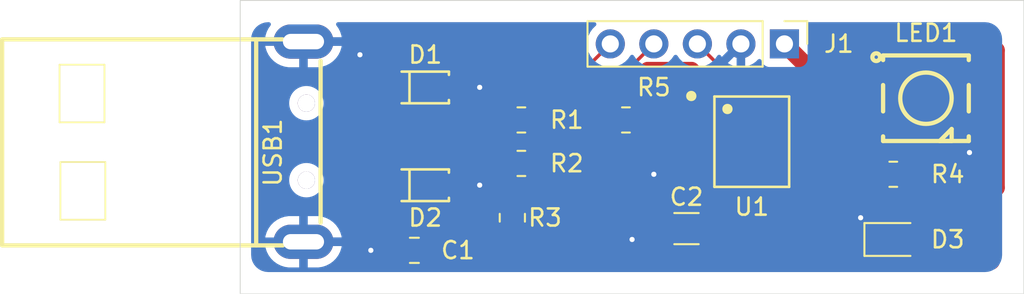
<source format=kicad_pcb>
(kicad_pcb (version 20240108) (generator "pcbnew") (generator_version "8.0")
  (layers (0 "F.Cu" signal) (31 "B.Cu" signal) (34 "B.Paste" user) (35 "F.Paste" user) (36 "B.SilkS" user "B.Silkscreen") (37 "F.SilkS" user "F.Silkscreen") (38 "B.Mask" user) (39 "F.Mask" user) (44 "Edge.Cuts" user))
  (net 0 "")
  (net 1 "+5V")
  (net 2 "GND")
  (net 3 "Net-(D1-C)")
  (net 4 "Net-(D2-C)")
  (net 5 "Net-(D3-A)")
  (net 6 "D+ PB4")
  (net 7 "PB2")
  (net 8 "D- PB3")
  (net 10 "RGB")
  (net 11 "LED")
  (net 12 "Net-(U1-PB5)")
  (footprint "Connector_PinHeader_2.54mm:PinHeader_1x05_P2.54mm_Vertical" (layer "F.Cu") (at 80.645 83.185 -90)
    (property "Reference" "J1" (at 0 -3.175 360) (layer "F.SilkS"))
    (property "Value" "Conn_01x05_Pin" (hide yes))
    (fp_line (start -1.33 11.49) (end 1.33 11.49) (stroke (width 0.12)) (layer "F.SilkS"))
    (fp_line (start -1.33 1.27) (end -1.33 11.49) (stroke (width 0.12)) (layer "F.SilkS"))
    (fp_line (start -1.33 1.27) (end 1.33 1.27) (stroke (width 0.12)) (layer "F.SilkS"))
    (fp_line (start 1.33 1.27) (end 1.33 11.49) (stroke (width 0.12)) (layer "F.SilkS"))
    (fp_line (start -1.33 0) (end -1.33 -1.33) (stroke (width 0.12)) (layer "F.SilkS"))
    (fp_line (start -1.33 -1.33) (end 0 -1.33) (stroke (width 0.12)) (layer "F.SilkS"))
    (pad "1" thru_hole rect (at 0 0 270) (size 1.7 1.7) (drill 1) (layers "*.Cu" "*.Mask") (net 1 "+5V"))
    (pad "2" thru_hole oval (at 0 2.54 270) (size 1.7 1.7) (drill 1) (layers "*.Cu" "*.Mask") (net 2 "GND"))
    (pad "3" thru_hole oval (at 0 5.08 270) (size 1.7 1.7) (drill 1) (layers "*.Cu" "*.Mask") (net 7 "PB2"))
    (pad "4" thru_hole oval (at 0 7.62 270) (size 1.7 1.7) (drill 1) (layers "*.Cu" "*.Mask") (net 8 "D- PB3"))
    (pad "5" thru_hole oval (at 0 10.16 270) (size 1.7 1.7) (drill 1) (layers "*.Cu" "*.Mask") (net 6 "D+ PB4"))
  )
  (footprint "LED_SMD:LED_0805_2012Metric" (layer "F.Cu") (at 86.995 94.615)
    (property "Reference" "D3" (at 3.175 0 360) (layer "F.SilkS"))
    (property "Value" "LED" (hide yes))
    (fp_line (start -1.685 -0.96) (end -1.685 0.96) (stroke (width 0.12)) (layer "F.SilkS"))
    (fp_line (start -1.685 0.96) (end 1 0.96) (stroke (width 0.12)) (layer "F.SilkS"))
    (fp_line (start 1 -0.96) (end -1.685 -0.96) (stroke (width 0.12)) (layer "F.SilkS"))
    (pad "1" smd roundrect (at -0.9375 0) (size 0.975 1.4) (layers "F.Cu" "F.Paste" "F.Mask") (net 2 "GND"))
    (pad "2" smd roundrect (at 0.9375 0) (size 0.975 1.4) (layers "F.Cu" "F.Paste" "F.Mask") (net 5 "Net-(D3-A)"))
  )
  (footprint "Resistor_SMD:R_0805_2012Metric" (layer "F.Cu") (at 65.2975 87.63)
    (property "Reference" "R1" (at 2.6475 0 0) (layer "F.SilkS"))
    (property "Value" "68" (hide yes))
    (fp_line (start -0.227064 -0.735) (end 0.227064 -0.735) (stroke (width 0.12)) (layer "F.SilkS"))
    (fp_line (start -0.227064 0.735) (end 0.227064 0.735) (stroke (width 0.12)) (layer "F.SilkS"))
    (pad "1" smd roundrect (at -0.9125 0) (size 1.025 1.4) (layers "F.Cu" "F.Paste" "F.Mask") (roundrect_rratio 0.243902) (net 3 "Net-(D1-C)"))
    (pad "2" smd roundrect (at 0.9125 0) (size 1.025 1.4) (layers "F.Cu" "F.Paste" "F.Mask") (roundrect_rratio 0.243902) (net 6 "D+ PB4"))
  )
  (footprint "Capacitor_SMD:C_0805_2012Metric" (layer "F.Cu") (at 59.055 95.25 180)
    (property "Reference" "C1" (at -2.54 0 360) (layer "F.SilkS"))
    (property "Value" "100n" (hide yes))
    (fp_line (start -0.261252 0.735) (end 0.261252 0.735) (stroke (width 0.12)) (layer "F.SilkS"))
    (fp_line (start -0.261252 -0.735) (end 0.261252 -0.735) (stroke (width 0.12)) (layer "F.SilkS"))
    (pad "1" smd roundrect (at -0.95 0 180) (size 1 1.45) (layers "F.Cu" "F.Paste" "F.Mask") (net 1 "+5V"))
    (pad "2" smd roundrect (at 0.95 0 180) (size 1 1.45) (layers "F.Cu" "F.Paste" "F.Mask") (net 2 "GND"))
  )
  (footprint "Capacitor_SMD:C_1206_3216Metric" (layer "F.Cu") (at 74.93 93.98)
    (property "Reference" "C2" (at 0 -1.85 0) (layer "F.SilkS"))
    (property "Value" "100u" (hide yes))
    (fp_line (start -0.711252 -0.91) (end 0.711252 -0.91) (stroke (width 0.12)) (layer "F.SilkS"))
    (fp_line (start -0.711252 0.91) (end 0.711252 0.91) (stroke (width 0.12)) (layer "F.SilkS"))
    (pad "1" smd roundrect (at -1.475 0) (size 1.15 1.8) (layers "F.Cu" "F.Paste" "F.Mask") (roundrect_rratio 0.217391) (net 2 "GND"))
    (pad "2" smd roundrect (at 1.475 0) (size 1.15 1.8) (layers "F.Cu" "F.Paste" "F.Mask") (roundrect_rratio 0.217391) (net 1 "+5V"))
  )
  (footprint "easyeda2kicad:SOIC-8_L5.3-W5.3-P1.27-LS8.0-BL" (layer "F.Cu") (at 78.74 88.9 -90)
    (property "Reference" "U1" (at 3.81 0 180) (layer "F.SilkS"))
    (property "Value" "ATTINY85-20SUR" (hide yes))
    (fp_line (start -2.64 2.18) (end -2.64 -2.18) (stroke (width 0.15)) (layer "F.SilkS"))
    (fp_line (start 2.64 2.18) (end -2.64 2.18) (stroke (width 0.15)) (layer "F.SilkS"))
    (fp_line (start -2.64 -2.18) (end 2.64 -2.18) (stroke (width 0.15)) (layer "F.SilkS"))
    (fp_line (start 2.64 -2.18) (end 2.64 2.18) (stroke (width 0.15)) (layer "F.SilkS"))
    (fp_circle (center -2.67 3.53) (end -2.52 3.53) (stroke (width 0.3)) (fill none) (layer "F.SilkS"))
    (fp_circle (center -1.91 1.42) (end -1.76 1.42) (stroke (width 0.3)) (fill none) (layer "F.SilkS"))
    (pad "1" smd oval (at -1.91 3.53 270) (size 0.63 2.25) (layers "F.Cu" "F.Paste" "F.Mask") (net 12 "Net-(U1-PB5)"))
    (pad "2" smd oval (at -0.63 3.53 270) (size 0.63 2.25) (layers "F.Cu" "F.Paste" "F.Mask") (net 8 "D- PB3"))
    (pad "3" smd oval (at 0.63 3.53 270) (size 0.63 2.25) (layers "F.Cu" "F.Paste" "F.Mask") (net 6 "D+ PB4"))
    (pad "4" smd oval (at 1.9 3.53 270) (size 0.63 2.25) (layers "F.Cu" "F.Paste" "F.Mask") (net 2 "GND"))
    (pad "5" smd oval (at 1.9 -3.53 270) (size 0.63 2.25) (layers "F.Cu" "F.Paste" "F.Mask") (net 11 "LED"))
    (pad "6" smd oval (at 0.63 -3.53 270) (size 0.63 2.25) (layers "F.Cu" "F.Paste" "F.Mask") (net 10 "RGB"))
    (pad "7" smd oval (at -0.63 -3.53 270) (size 0.63 2.25) (layers "F.Cu" "F.Paste" "F.Mask") (net 7 "PB2"))
    (pad "8" smd oval (at -1.91 -3.53 270) (size 0.63 2.25) (layers "F.Cu" "F.Paste" "F.Mask") (net 1 "+5V"))
  )
  (footprint "" (layer "F.Cu") (at 80.645 95.885)
    (property "Reference" "" (at 0 0 0) (layer "F.SilkS") (effects (font (size 1.27 1.27))))
    (property "Value" "")
    (pad "" smd circle (at 0 0) (size 1 1) (layers "F.Cu" "F.Mask") (clearance 1))
  )
  (footprint "Resistor_SMD:R_0805_2012Metric" (layer "F.Cu") (at 71.3975 87.63)
    (property "Reference" "R5" (at 1.6275 -1.905 360) (layer "F.SilkS"))
    (property "Value" "10k" (hide yes))
    (fp_line (start -0.227064 -0.735) (end 0.227064 -0.735) (stroke (width 0.12)) (layer "F.SilkS"))
    (fp_line (start -0.227064 0.735) (end 0.227064 0.735) (stroke (width 0.12)) (layer "F.SilkS"))
    (pad "1" smd roundrect (at -0.9125 0) (size 1.025 1.4) (layers "F.Cu" "F.Paste" "F.Mask") (roundrect_rratio 0.243902) (net 1 "+5V"))
    (pad "2" smd roundrect (at 0.9125 0) (size 1.025 1.4) (layers "F.Cu" "F.Paste" "F.Mask") (roundrect_rratio 0.243902) (net 12 "Net-(U1-PB5)"))
  )
  (footprint "Fiducial:Fiducial_1mm_Mask3mm" (layer "F.Cu") (at 66.04 83.185)
    (property "Reference" "REF**" (hide yes))
    (property "Value" "Fiducial_1mm_Mask3mm" (hide yes))
    (pad "" smd circle (at 0 0) (size 1 1) (layers "F.Cu" "F.Mask") (clearance 1))
  )
  (footprint "easyeda2kicad:SOD-123_L2.7-W1.6-LS3.8-RD" (layer "F.Cu") (at 59.69 91.44)
    (property "Reference" "D2" (at 0 1.905 360) (layer "F.SilkS"))
    (property "Value" "BZT52-C3V3_R1_00001" (hide yes))
    (fp_line (start -1.38 -0.92) (end 1.38 -0.92) (stroke (width 0.15)) (layer "F.SilkS"))
    (fp_line (start -1.38 0.93) (end 1.38 0.93) (stroke (width 0.15)) (layer "F.SilkS"))
    (fp_line (start -0.92 -0.87) (end -0.92 0.88) (stroke (width 0.15)) (layer "F.SilkS"))
    (fp_line (start 1.38 -0.92) (end 1.38 -0.73) (stroke (width 0.15)) (layer "F.SilkS"))
    (fp_line (start 1.38 0.93) (end 1.38 0.74) (stroke (width 0.15)) (layer "F.SilkS"))
    (pad "1" smd rect (at -1.73 0) (size 1.1 1.2) (layers "F.Cu" "F.Paste" "F.Mask") (net 4 "Net-(D2-C)"))
    (pad "2" smd rect (at 1.73 0) (size 1.1 1.2) (layers "F.Cu" "F.Paste" "F.Mask") (net 2 "GND"))
  )
  (footprint "Resistor_SMD:R_0805_2012Metric" (layer "F.Cu") (at 86.995 90.805)
    (property "Reference" "R4" (at 3.175 0 360) (layer "F.SilkS"))
    (property "Value" "220" (hide yes))
    (fp_line (start -0.227064 -0.735) (end 0.227064 -0.735) (stroke (width 0.12)) (layer "F.SilkS"))
    (fp_line (start -0.227064 0.735) (end 0.227064 0.735) (stroke (width 0.12)) (layer "F.SilkS"))
    (pad "1" smd roundrect (at -0.9125 0) (size 1.025 1.4) (layers "F.Cu" "F.Paste" "F.Mask") (roundrect_rratio 0.243902) (net 11 "LED"))
    (pad "2" smd roundrect (at 0.9125 0) (size 1.025 1.4) (layers "F.Cu" "F.Paste" "F.Mask") (roundrect_rratio 0.243902) (net 5 "Net-(D3-A)"))
  )
  (footprint "Resistor_SMD:R_0805_2012Metric" (layer "F.Cu") (at 64.77 93.345 90)
    (property "Reference" "R3" (at 0 1.905 180) (layer "F.SilkS"))
    (property "Value" "1k5" (hide yes))
    (fp_line (start -0.227064 -0.735) (end 0.227064 -0.735) (stroke (width 0.12)) (layer "F.SilkS"))
    (fp_line (start -0.227064 0.735) (end 0.227064 0.735) (stroke (width 0.12)) (layer "F.SilkS"))
    (pad "1" smd roundrect (at -0.9125 0 90) (size 1.025 1.4) (layers "F.Cu" "F.Paste" "F.Mask") (roundrect_rratio 0.243902) (net 1 "+5V"))
    (pad "2" smd roundrect (at 0.9125 0 90) (size 1.025 1.4) (layers "F.Cu" "F.Paste" "F.Mask") (roundrect_rratio 0.243902) (net 4 "Net-(D2-C)"))
  )
  (footprint "easyeda2kicad:SOD-123_L2.7-W1.6-LS3.8-RD" (layer "F.Cu") (at 59.69 85.725)
    (property "Reference" "D1" (at 0 -1.905 360) (layer "F.SilkS"))
    (property "Value" "BZT52-C3V3_R1_00001" (hide yes))
    (fp_line (start -1.38 -0.92) (end 1.38 -0.92) (stroke (width 0.15)) (layer "F.SilkS"))
    (fp_line (start -1.38 0.93) (end 1.38 0.93) (stroke (width 0.15)) (layer "F.SilkS"))
    (fp_line (start -0.92 -0.87) (end -0.92 0.88) (stroke (width 0.15)) (layer "F.SilkS"))
    (fp_line (start 1.38 -0.92) (end 1.38 -0.73) (stroke (width 0.15)) (layer "F.SilkS"))
    (fp_line (start 1.38 0.93) (end 1.38 0.74) (stroke (width 0.15)) (layer "F.SilkS"))
    (pad "1" smd rect (at -1.73 0) (size 1.1 1.2) (layers "F.Cu" "F.Paste" "F.Mask") (net 3 "Net-(D1-C)"))
    (pad "2" smd rect (at 1.73 0) (size 1.1 1.2) (layers "F.Cu" "F.Paste" "F.Mask") (net 2 "GND"))
  )
  (footprint "" (layer "F.Cu") (at 92.71 95.885)
    (property "Reference" "" (at 0 0 0) (layer "F.SilkS") (effects (font (size 1.27 1.27))))
    (property "Value" "")
    (pad "" smd circle (at 0 0) (size 1 1) (layers "F.Cu" "F.Mask") (clearance 1))
  )
  (footprint "easyeda2kicad:LED-SMD_4P-L5.0-W5.0-TL" (layer "F.Cu") (at 88.9 86.36)
    (property "Reference" "LED1" (at 0 -3.81 0) (layer "F.SilkS"))
    (property "Value" "WS2812B-XF02/W" (hide yes))
    (fp_line (start -2.5 -2.5) (end 2.5 -2.5) (stroke (width 0.25)) (layer "F.SilkS"))
    (fp_line (start -2.5 -2.23) (end -2.5 -2.5) (stroke (width 0.25)) (layer "F.SilkS"))
    (fp_line (start -2.5 0.77) (end -2.5 -0.77) (stroke (width 0.25)) (layer "F.SilkS"))
    (fp_line (start -2.5 2.5) (end -2.5 2.23) (stroke (width 0.25)) (layer "F.SilkS"))
    (fp_line (start 0.8 2.5) (end 1.5 1.8) (stroke (width 0.25)) (layer "F.SilkS"))
    (fp_line (start 1.5 1.8) (end 1.5 2.5) (stroke (width 0.25)) (layer "F.SilkS"))
    (fp_line (start 1.5 2.5) (end 0.8 2.5) (stroke (width 0.25)) (layer "F.SilkS"))
    (fp_line (start 2.5 -2.5) (end 2.5 -2.23) (stroke (width 0.25)) (layer "F.SilkS"))
    (fp_line (start 2.5 -0.77) (end 2.5 0.77) (stroke (width 0.25)) (layer "F.SilkS"))
    (fp_line (start 2.5 2.23) (end 2.5 2.5) (stroke (width 0.25)) (layer "F.SilkS"))
    (fp_line (start 2.5 2.5) (end -2.5 2.5) (stroke (width 0.25)) (layer "F.SilkS"))
    (fp_circle (center -2.9 -2.4) (end -2.8 -2.4) (stroke (width 0.25)) (fill none) (layer "F.SilkS"))
    (fp_circle (center 0 0) (end 1.5 0) (stroke (width 0.25)) (fill none) (layer "F.SilkS"))
    (pad "1" smd rect (at -2.5 -1.6 180) (size 1.8 1) (layers "F.Cu" "F.Paste" "F.Mask") (net 1 "+5V"))
    (pad "2" smd rect (at -2.5 1.6 180) (size 1.8 1) (layers "F.Cu" "F.Paste" "F.Mask"))
    (pad "3" smd rect (at 2.5 1.6 180) (size 1.8 1) (layers "F.Cu" "F.Paste" "F.Mask") (net 2 "GND"))
    (pad "4" smd rect (at 2.5 -1.6 180) (size 1.8 1) (layers "F.Cu" "F.Paste" "F.Mask") (net 10 "RGB"))
  )
  (footprint "Resistor_SMD:R_0805_2012Metric" (layer "F.Cu") (at 65.2975 90.17)
    (property "Reference" "R2" (at 2.6475 0 0) (layer "F.SilkS"))
    (property "Value" "68" (hide yes))
    (fp_line (start -0.227064 -0.735) (end 0.227064 -0.735) (stroke (width 0.12)) (layer "F.SilkS"))
    (fp_line (start -0.227064 0.735) (end 0.227064 0.735) (stroke (width 0.12)) (layer "F.SilkS"))
    (pad "1" smd roundrect (at -0.9125 0) (size 1.025 1.4) (layers "F.Cu" "F.Paste" "F.Mask") (roundrect_rratio 0.243902) (net 4 "Net-(D2-C)"))
    (pad "2" smd roundrect (at 0.9125 0) (size 1.025 1.4) (layers "F.Cu" "F.Paste" "F.Mask") (roundrect_rratio 0.243902) (net 8 "D- PB3"))
  )
  (footprint "easyeda2kicad:USB-TH_U-G-04WS-W-04" (layer "F.Cu") (at 53.975 88.9 -90)
    (property "Reference" "USB1" (at 0.635 3.175 90) (layer "F.SilkS"))
    (property "Value" "U-G-04WS-W-04")
    (fp_line (start 6.04 18.97) (end -5.96 18.97) (stroke (width 0.25)) (layer "F.SilkS"))
    (fp_line (start -4.5 15.62) (end -4.5 13) (stroke (width 0.1)) (layer "F.SilkS"))
    (fp_line (start -1.13 15.62) (end -4.5 15.62) (stroke (width 0.1)) (layer "F.SilkS"))
    (fp_line (start 1.19 15.57) (end 1.19 12.95) (stroke (width 0.1)) (layer "F.SilkS"))
    (fp_line (start 4.56 15.57) (end 1.19 15.57) (stroke (width 0.1)) (layer "F.SilkS"))
    (fp_line (start -4.5 13) (end -1.13 13) (stroke (width 0.1)) (layer "F.SilkS"))
    (fp_line (start -1.13 13) (end -1.13 15.62) (stroke (width 0.1)) (layer "F.SilkS"))
    (fp_line (start 1.19 12.95) (end 4.56 12.95) (stroke (width 0.1)) (layer "F.SilkS"))
    (fp_line (start 4.56 12.95) (end 4.56 15.57) (stroke (width 0.1)) (layer "F.SilkS"))
    (fp_line (start 6.06 4.15) (end -5.98 4.15) (stroke (width 0.25)) (layer "F.SilkS"))
    (fp_line (start -5.98 2.61) (end -5.98 18.97) (stroke (width 0.25)) (layer "F.SilkS"))
    (fp_line (start 6.06 2.59) (end 6.06 18.97) (stroke (width 0.25)) (layer "F.SilkS"))
    (fp_line (start 4.73 0.39) (end -4.72 0.39) (stroke (width 0.25)) (layer "F.SilkS"))
    (pad "" thru_hole circle (at -2.25 1.22 270) (size 1 1) (drill 1) (layers "*.Cu" "*.Mask"))
    (pad "" thru_hole circle (at 2.25 1.22 270) (size 1 1) (drill 1) (layers "*.Cu" "*.Mask"))
    (pad "1" smd rect (at 3.52 -1.39 180) (size 1.96 1) (layers "F.Cu" "F.Paste" "F.Mask") (net 1 "+5V"))
    (pad "2" smd rect (at 1.03 -1.39 180) (size 1.96 1) (layers "F.Cu" "F.Paste" "F.Mask") (net 4 "Net-(D2-C)"))
    (pad "3" smd rect (at -0.98 -1.39 180) (size 1.96 1) (layers "F.Cu" "F.Paste" "F.Mask") (net 3 "Net-(D1-C)"))
    (pad "4" smd rect (at -3.52 -1.39 180) (size 1.96 1) (layers "F.Cu" "F.Paste" "F.Mask") (net 2 "GND"))
    (pad "5" thru_hole oval (at 5.85 1.39 180) (size 3.5 2) (drill oval 2.399995 0.900024) (layers "*.Cu" "*.Mask") (net 2 "GND"))
    (pad "6" thru_hole oval (at -5.85 1.39 180) (size 3.5 2) (drill oval 2.399995 0.900024) (layers "*.Cu" "*.Mask") (net 2 "GND"))
  )
  (gr_poly (pts (xy 48.895 80.645) (xy 94.615 80.645) (xy 94.615 97.79) (xy 48.895 97.79)) (stroke (width 0.05)) (fill none) (layer "Edge.Cuts"))
  (segment (start 77.435 92.95) (end 76.405 93.98) (width 1) (layer "F.Cu") (net 1))
  (segment (start 93 83.56) (end 93 91.588918) (width 1) (layer "F.Cu") (net 1))
  (segment (start 86.4 84.76) (end 87.6 83.56) (width 1) (layer "F.Cu") (net 1))
  (segment (start 59.085 92.74) (end 60.005 93.66) (width 1) (layer "F.Cu") (net 1))
  (segment (start 87.6 83.56) (end 93 83.56) (width 1) (layer "F.Cu") (net 1))
  (segment (start 76.405 93.98) (end 76.62 93.765) (width 1) (layer "F.Cu") (net 1))
  (segment (start 72.68 84.735) (end 75.21 84.735) (width 1) (layer "F.Cu") (net 1))
  (segment (start 82.22 84.76) (end 82.22 85.395) (width 1) (layer "F.Cu") (net 1))
  (segment (start 82.22 84.76) (end 86.4 84.76) (width 1) (layer "F.Cu") (net 1))
  (segment (start 64.77 94.2575) (end 70.063286 94.2575) (width 1) (layer "F.Cu") (net 1))
  (segment (start 70.485 87.63) (end 70.485 86.93) (width 1) (layer "F.Cu") (net 1))
  (segment (start 82.27 85.445) (end 82.27 86.99) (width 1) (layer "F.Cu") (net 1))
  (segment (start 75.21 84.735) (end 77.435 86.96) (width 1) (layer "F.Cu") (net 1))
  (segment (start 55.365 92.42) (end 55.685 92.74) (width 1) (layer "F.Cu") (net 1))
  (segment (start 76.62 93.765) (end 82.205 93.765) (width 1) (layer "F.Cu") (net 1))
  (segment (start 60.005 93.66) (end 60.005 95.25) (width 1) (layer "F.Cu") (net 1))
  (segment (start 82.22 85.395) (end 82.27 85.445) (width 1) (layer "F.Cu") (net 1))
  (segment (start 82.205 93.765) (end 84.455 96.015) (width 1) (layer "F.Cu") (net 1))
  (segment (start 71.940786 92.38) (end 74.805 92.38) (width 1) (layer "F.Cu") (net 1))
  (segment (start 80.645 83.185) (end 82.22 84.76) (width 1) (layer "F.Cu") (net 1))
  (segment (start 70.063286 94.2575) (end 71.940786 92.38) (width 1) (layer "F.Cu") (net 1))
  (segment (start 55.685 92.74) (end 59.085 92.74) (width 1) (layer "F.Cu") (net 1))
  (segment (start 77.435 86.96) (end 77.435 92.95) (width 1) (layer "F.Cu") (net 1))
  (segment (start 70.485 86.93) (end 72.68 84.735) (width 1) (layer "F.Cu") (net 1))
  (segment (start 74.805 92.38) (end 76.405 93.98) (width 1) (layer "F.Cu") (net 1))
  (segment (start 64.77 94.2575) (end 60.6025 94.2575) (width 1) (layer "F.Cu") (net 1))
  (segment (start 93 91.588918) (end 88.573918 96.015) (width 1) (layer "F.Cu") (net 1))
  (segment (start 88.573918 96.015) (end 84.455 96.015) (width 1) (layer "F.Cu") (net 1))
  (segment (start 60.6025 94.2575) (end 60.005 93.66) (width 1) (layer "F.Cu") (net 1))
  (segment (start 91.4 89.495) (end 91.44 89.535) (width 0.5) (layer "F.Cu") (net 2))
  (segment (start 91.4 87.96) (end 91.4 89.495) (width 0.5) (layer "F.Cu") (net 2))
  (segment (start 61.42 91.44) (end 62.865 91.44) (width 0.5) (layer "F.Cu") (net 2))
  (segment (start 55.365 84.335) (end 55.88 83.82) (width 0.5) (layer "F.Cu") (net 2))
  (segment (start 61.42 85.725) (end 62.865 85.725) (width 0.5) (layer "F.Cu") (net 2))
  (segment (start 86.0575 94.615) (end 86.0575 94.3125) (width 0.5) (layer "F.Cu") (net 2))
  (segment (start 73.03 90.8) (end 73.025 90.805) (width 0.5) (layer "F.Cu") (net 2))
  (segment (start 55.365 85.38) (end 55.365 84.335) (width 0.5) (layer "F.Cu") (net 2))
  (segment (start 58.105 95.25) (end 56.515 95.25) (width 0.5) (layer "F.Cu") (net 2))
  (segment (start 86.0575 94.3125) (end 85.09 93.345) (width 0.5) (layer "F.Cu") (net 2))
  (segment (start 72.39 93.98) (end 71.755 94.615) (width 0.5) (layer "F.Cu") (net 2))
  (segment (start 73.455 93.98) (end 72.39 93.98) (width 0.5) (layer "F.Cu") (net 2))
  (segment (start 75.21 90.8) (end 73.03 90.8) (width 0.5) (layer "F.Cu") (net 2))
  (via (at 71.755 94.615) (size 1) (drill 0.3) (layers "F.Cu" "B.Cu") (net 2))
  (via (at 73.025 90.805) (size 1) (drill 0.3) (layers "F.Cu" "B.Cu") (net 2))
  (via (at 62.865 85.725) (size 1) (drill 0.3) (layers "F.Cu" "B.Cu") (net 2))
  (via (at 62.865 91.44) (size 1) (drill 0.3) (layers "F.Cu" "B.Cu") (net 2))
  (via (at 56.515 95.25) (size 1) (drill 0.3) (layers "F.Cu" "B.Cu") (net 2))
  (via (at 91.44 89.535) (size 1) (drill 0.3) (layers "F.Cu" "B.Cu") (net 2))
  (via (at 55.88 83.82) (size 1) (drill 0.3) (layers "F.Cu" "B.Cu") (net 2))
  (via (at 85.09 93.345) (size 1) (drill 0.3) (layers "F.Cu" "B.Cu") (net 2))
  (segment (start 68.58 91.44) (end 71.755 94.615) (width 0.5) (layer "B.Cu") (net 2))
  (segment (start 73.025 93.345) (end 85.09 93.345) (width 0.5) (layer "B.Cu") (net 2))
  (segment (start 91.44 89.535) (end 88.9 89.535) (width 0.5) (layer "B.Cu") (net 2))
  (segment (start 71.755 94.615) (end 73.025 93.345) (width 0.5) (layer "B.Cu") (net 2))
  (segment (start 62.865 85.725) (end 67.31 85.725) (width 0.5) (layer "B.Cu") (net 2))
  (segment (start 52.585 83.05) (end 55.11 83.05) (width 0.5) (layer "B.Cu") (net 2))
  (segment (start 59.055 95.25) (end 56.515 95.25) (width 0.5) (layer "B.Cu") (net 2))
  (segment (start 78.105 83.185) (end 75.565 85.725) (width 0.5) (layer "B.Cu") (net 2))
  (segment (start 67.945 85.725) (end 67.31 85.725) (width 0.5) (layer "B.Cu") (net 2))
  (segment (start 56.015 94.75) (end 56.515 95.25) (width 0.5) (layer "B.Cu") (net 2))
  (segment (start 62.865 91.44) (end 68.58 91.44) (width 0.5) (layer "B.Cu") (net 2))
  (segment (start 69.215 90.805) (end 73.025 90.805) (width 0.5) (layer "B.Cu") (net 2))
  (segment (start 68.58 91.44) (end 69.215 90.805) (width 0.5) (layer "B.Cu") (net 2))
  (segment (start 75.565 85.725) (end 67.945 85.725) (width 0.5) (layer "B.Cu") (net 2))
  (segment (start 55.11 83.05) (end 55.88 83.82) (width 0.5) (layer "B.Cu") (net 2))
  (segment (start 55.88 83.82) (end 60.96 83.82) (width 0.5) (layer "B.Cu") (net 2))
  (segment (start 88.9 89.535) (end 85.09 93.345) (width 0.5) (layer "B.Cu") (net 2))
  (segment (start 60.96 83.82) (end 62.865 85.725) (width 0.5) (layer "B.Cu") (net 2))
  (segment (start 62.865 91.44) (end 59.055 95.25) (width 0.5) (layer "B.Cu") (net 2))
  (segment (start 52.585 94.75) (end 56.015 94.75) (width 0.5) (layer "B.Cu") (net 2))
  (segment (start 73.025 90.805) (end 67.945 85.725) (width 0.5) (layer "B.Cu") (net 2))
  (segment (start 55.88 87.63) (end 57.15 87.63) (width 0.2) (layer "F.Cu") (net 3))
  (segment (start 57.96 86.82) (end 57.15 87.63) (width 0.2) (layer "F.Cu") (net 3))
  (segment (start 57.15 87.63) (end 64.385 87.63) (width 0.2) (layer "F.Cu") (net 3))
  (segment (start 57.96 85.725) (end 57.96 86.82) (width 0.2) (layer "F.Cu") (net 3))
  (segment (start 57.96 91.44) (end 57.96 90.74) (width 0.2) (layer "F.Cu") (net 4))
  (segment (start 57.96 90.74) (end 57.15 89.93) (width 0.2) (layer "F.Cu") (net 4))
  (segment (start 57.15 89.93) (end 64.145 89.93) (width 0.2) (layer "F.Cu") (net 4))
  (segment (start 64.77 92.4325) (end 64.77 90.555) (width 0.2) (layer "F.Cu") (net 4))
  (segment (start 55.365 89.93) (end 57.15 89.93) (width 0.2) (layer "F.Cu") (net 4))
  (segment (start 87.9075 90.805) (end 87.9075 94.59) (width 0.2) (layer "F.Cu") (net 5))
  (segment (start 68.11 89.53) (end 73.025 89.53) (width 0.2) (layer "F.Cu") (net 6))
  (segment (start 70.485 83.185) (end 66.21 87.46) (width 0.2) (layer "F.Cu") (net 6))
  (segment (start 66.21 87.46) (end 66.21 87.63) (width 0.2) (layer "F.Cu") (net 6))
  (segment (start 66.21 87.63) (end 68.11 89.53) (width 0.2) (layer "F.Cu") (net 6))
  (segment (start 73.025 89.53) (end 75.21 89.53) (width 0.2) (layer "F.Cu") (net 6))
  (segment (start 80.65 88.27) (end 82.27 88.27) (width 0.2) (layer "F.Cu") (net 7))
  (segment (start 75.565 83.185) (end 80.65 88.27) (width 0.2) (layer "F.Cu") (net 7))
  (segment (start 73.377082 89.955) (end 73.592082 90.17) (width 0.2) (layer "F.Cu") (net 8))
  (segment (start 73.025 83.185) (end 69.6725 86.5375) (width 0.2) (layer "F.Cu") (net 8))
  (segment (start 69.6725 86.5375) (end 69.6725 88.314744) (width 0.2) (layer "F.Cu") (net 8))
  (segment (start 66.21 90.17) (end 66.425 89.955) (width 0.2) (layer "F.Cu") (net 8))
  (segment (start 69.6725 88.314744) (end 70.257756 88.9) (width 0.2) (layer "F.Cu") (net 8))
  (segment (start 76.249741 90.17) (end 76.635 89.784741) (width 0.2) (layer "F.Cu") (net 8))
  (segment (start 76.635 89.784741) (end 76.635 89) (width 0.2) (layer "F.Cu") (net 8))
  (segment (start 70.257756 88.9) (end 74.58 88.9) (width 0.2) (layer "F.Cu") (net 8))
  (segment (start 76.635 89) (end 75.905 88.27) (width 0.2) (layer "F.Cu") (net 8))
  (segment (start 66.425 89.955) (end 73.377082 89.955) (width 0.2) (layer "F.Cu") (net 8))
  (segment (start 74.58 88.9) (end 75.21 88.27) (width 0.2) (layer "F.Cu") (net 8))
  (segment (start 73.592082 90.17) (end 76.249741 90.17) (width 0.2) (layer "F.Cu") (net 8))
  (segment (start 87.33 89.53) (end 82.27 89.53) (width 0.2) (layer "F.Cu") (net 10))
  (segment (start 91.4 85.46) (end 87.33 89.53) (width 0.2) (layer "F.Cu") (net 10))
  (segment (start 91.4 84.76) (end 91.4 85.46) (width 0.2) (layer "F.Cu") (net 10))
  (segment (start 86.0825 90.805) (end 82.275 90.805) (width 0.2) (layer "F.Cu") (net 11))
  (segment (start 75.21 86.99) (end 72.95 86.99) (width 0.2) (layer "F.Cu") (net 12))
  (segment (start 72.95 86.99) (end 72.31 87.63) (width 0.2) (layer "F.Cu") (net 12))
  (zone (net 2) (net_name "GND") (layer "B.Cu") (connect_pads (clearance 0.5)) (min_thickness 0.25) (fill yes (thermal_gap 0.5) (thermal_bridge_width 0.5) (smoothing fillet) (radius 1))
    (polygon (pts (xy 49.53 81.915) (xy 93.345 81.915) (xy 93.345 96.52) (xy 49.53 96.52)))
  )
)
</source>
